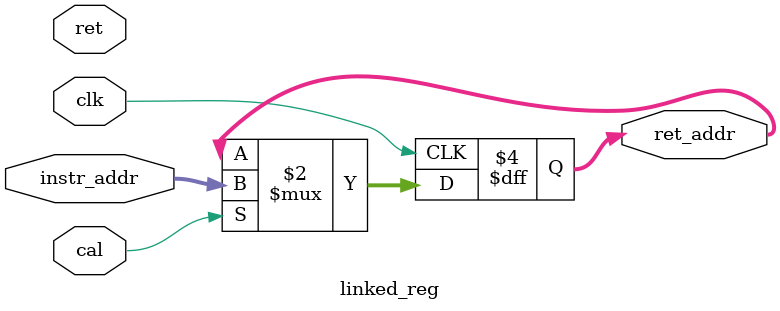
<source format=sv>
module linked_reg#(
	parameter PC_SIZE = 5
)(
	input clk, ret, cal,
	input [PC_SIZE - 1:0] instr_addr,
	output reg [PC_SIZE - 1:0] ret_addr
);
	always @(posedge clk) begin 
		if (cal) begin 
			ret_addr <= instr_addr;	
		end
	end
endmodule

</source>
